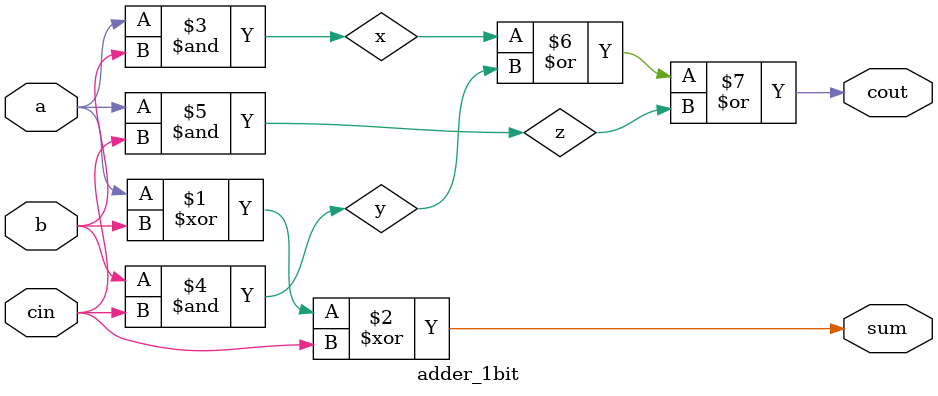
<source format=v>
`timescale 1ns / 1ps
module adder_1bit(a,b,cin,sum,cout);
input a,b,cin;
output sum,cout;
wire x,y,z;

xor(sum,a,b,cin);
and(x,a,b);
and(y,b,cin);
and(z,a,cin);
or(cout,x,y,z);

endmodule

</source>
